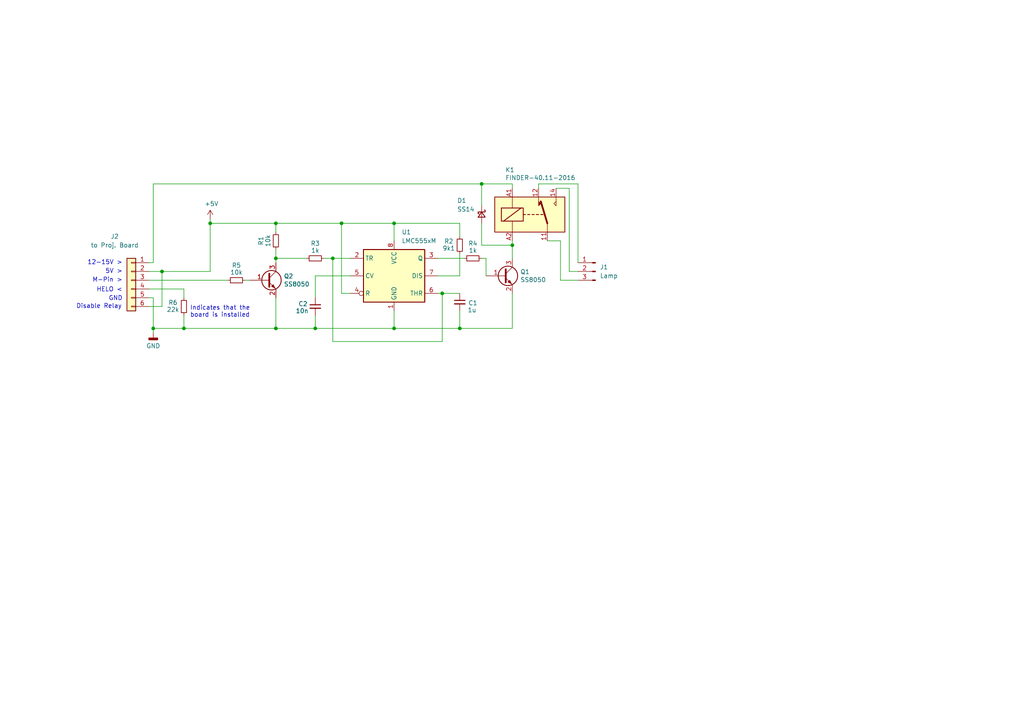
<source format=kicad_sch>
(kicad_sch (version 20231120) (generator "eeschema") (generator_version "8.0")
  (paper "A4")
  (lib_symbols
    (symbol "Connector:Conn_01x03_Pin" (pin_names (offset 1.016) hide)
      (property "Reference" "J" (at 0 5.08 0))
      (property "Value" "Conn_01x03_Pin" (at 0 -5.08 0))
      (symbol "Conn_01x03_Pin_1_1"
        (polyline (pts (xy 1.27 -2.54) (xy 0.8636 -2.54)) (stroke (width 0.1524)))
        (polyline (pts (xy 1.27 0) (xy 0.8636 0)) (stroke (width 0.1524)))
        (polyline (pts (xy 1.27 2.54) (xy 0.8636 2.54)) (stroke (width 0.1524)))
        (rectangle (start 0.8636 -2.413) (end 0 -2.667) (stroke (width 0.1524)) (fill (type outline)))
        (rectangle (start 0.8636 0.127) (end 0 -0.127) (stroke (width 0.1524)) (fill (type outline)))
        (rectangle (start 0.8636 2.667) (end 0 2.413) (stroke (width 0.1524)) (fill (type outline)))
        (pin passive line (at 5.08 2.54 180) (length 3.81) (name "Pin_1") (number "1"))
        (pin passive line (at 5.08 0 180) (length 3.81) (name "Pin_2") (number "2"))
        (pin passive line (at 5.08 -2.54 180) (length 3.81) (name "Pin_3") (number "3"))
      )
    )
    (symbol "Connector_Generic:Conn_01x06" (pin_names (offset 1.016) hide)
      (property "Reference" "J" (at 0 7.62 0))
      (property "Value" "Conn_01x06" (at 0 -10.16 0))
      (symbol "Conn_01x06_1_1"
        (rectangle (start -1.27 -7.493) (end 0 -7.747) (stroke (width 0.1524)))
        (rectangle (start -1.27 -4.953) (end 0 -5.207) (stroke (width 0.1524)))
        (rectangle (start -1.27 -2.413) (end 0 -2.667) (stroke (width 0.1524)))
        (rectangle (start -1.27 0.127) (end 0 -0.127) (stroke (width 0.1524)))
        (rectangle (start -1.27 2.667) (end 0 2.413) (stroke (width 0.1524)))
        (rectangle (start -1.27 5.207) (end 0 4.953) (stroke (width 0.1524)))
        (rectangle (start -1.27 6.35) (end 1.27 -8.89) (stroke (width 0.254)) (fill (type background)))
        (pin passive line (at -5.08 5.08 0) (length 3.81) (name "Pin_1") (number "1"))
        (pin passive line (at -5.08 2.54 0) (length 3.81) (name "Pin_2") (number "2"))
        (pin passive line (at -5.08 0 0) (length 3.81) (name "Pin_3") (number "3"))
        (pin passive line (at -5.08 -2.54 0) (length 3.81) (name "Pin_4") (number "4"))
        (pin passive line (at -5.08 -5.08 0) (length 3.81) (name "Pin_5") (number "5"))
        (pin passive line (at -5.08 -7.62 0) (length 3.81) (name "Pin_6") (number "6"))
      )
    )
    (symbol "Device:C_Small" (pin_numbers hide) (pin_names (offset 0.254) hide)
      (property "Reference" "C" (at 0.254 1.778 0))
      (property "Value" "C_Small" (at 0.254 -2.032 0))
      (symbol "C_Small_0_1"
        (polyline (pts (xy -1.524 -0.508) (xy 1.524 -0.508)) (stroke (width 0.3302)))
        (polyline (pts (xy -1.524 0.508) (xy 1.524 0.508)) (stroke (width 0.3048)))
      )
      (symbol "C_Small_1_1"
        (pin passive line (at 0 2.54 270) (length 2.032) (name "~") (number "1"))
        (pin passive line (at 0 -2.54 90) (length 2.032) (name "~") (number "2"))
      )
    )
    (symbol "Device:D_Schottky_Small" (pin_numbers hide) (pin_names (offset 0.254) hide)
      (property "Reference" "D" (at -1.27 2.032 0))
      (property "Value" "D_Schottky_Small" (at -7.112 -2.032 0))
      (symbol "D_Schottky_Small_0_1"
        (polyline (pts (xy -0.762 0) (xy 0.762 0)))
        (polyline (pts (xy 0.762 -1.016) (xy -0.762 0) (xy 0.762 1.016) (xy 0.762 -1.016)) (stroke (width 0.254)))
        (polyline (pts (xy -1.27 0.762) (xy -1.27 1.016) (xy -0.762 1.016) (xy -0.762 -1.016) (xy -0.254 -1.016) (xy -0.254 -0.762)) (stroke (width 0.254)))
      )
      (symbol "D_Schottky_Small_1_1"
        (pin passive line (at -2.54 0 0) (length 1.778) (name "K") (number "1"))
        (pin passive line (at 2.54 0 180) (length 1.778) (name "A") (number "2"))
      )
    )
    (symbol "Device:R_Small" (pin_numbers hide) (pin_names (offset 0.254) hide)
      (property "Reference" "R" (at 0.762 0.508 0))
      (property "Value" "R_Small" (at 0.762 -1.016 0))
      (symbol "R_Small_0_1"
        (rectangle (start -0.762 1.778) (end 0.762 -1.778) (stroke (width 0.2032)))
      )
      (symbol "R_Small_1_1"
        (pin passive line (at 0 2.54 270) (length 0.762) (name "~") (number "1"))
        (pin passive line (at 0 -2.54 90) (length 0.762) (name "~") (number "2"))
      )
    )
    (symbol "Relay:FINDER-40.11-2016"
      (property "Reference" "K" (at 11.43 3.81 0))
      (property "Value" "FINDER-40.11-2016" (at 11.43 1.27 0))
      (symbol "FINDER-40.11-2016_0_0"
        (polyline (pts (xy 7.62 5.08) (xy 7.62 2.54) (xy 6.985 3.175) (xy 7.62 3.81)))
      )
      (symbol "FINDER-40.11-2016_0_1"
        (rectangle (start -10.16 5.08) (end 10.16 -5.08) (stroke (width 0.254)) (fill (type background)))
        (rectangle (start -8.255 1.905) (end -1.905 -1.905) (stroke (width 0.254)))
        (polyline (pts (xy -7.62 -1.905) (xy -2.54 1.905)) (stroke (width 0.254)))
        (polyline (pts (xy -5.08 -5.08) (xy -5.08 -1.905)))
        (polyline (pts (xy -5.08 5.08) (xy -5.08 1.905)))
        (polyline (pts (xy -1.905 0) (xy -1.27 0)) (stroke (width 0.254)))
        (polyline (pts (xy -0.635 0) (xy 0 0)) (stroke (width 0.254)))
        (polyline (pts (xy 0.635 0) (xy 1.27 0)) (stroke (width 0.254)))
        (polyline (pts (xy 1.905 0) (xy 2.54 0)) (stroke (width 0.254)))
        (polyline (pts (xy 3.175 0) (xy 3.81 0)) (stroke (width 0.254)))
        (polyline (pts (xy 5.08 -2.54) (xy 3.175 3.81)) (stroke (width 0.508)))
        (polyline (pts (xy 5.08 -2.54) (xy 5.08 -5.08)))
        (polyline (pts (xy 2.54 5.08) (xy 2.54 2.54) (xy 3.175 3.175) (xy 2.54 3.81)) (fill (type outline)))
      )
      (symbol "FINDER-40.11-2016_1_1"
        (pin passive line (at 5.08 -7.62 90) (length 2.54) (name "~") (number "11"))
        (pin passive line (at 2.54 7.62 270) (length 2.54) (name "~") (number "12"))
        (pin passive line (at 7.62 7.62 270) (length 2.54) (name "~") (number "14"))
        (pin passive line (at -5.08 7.62 270) (length 2.54) (name "~") (number "A1"))
        (pin passive line (at -5.08 -7.62 90) (length 2.54) (name "~") (number "A2"))
      )
    )
    (symbol "Timer:LMC555xM"
      (property "Reference" "U" (at -10.16 8.89 0))
      (property "Value" "LMC555xM" (at 2.54 8.89 0))
      (symbol "LMC555xM_0_0"
        (pin power_in line (at 0 -10.16 90) (length 2.54) (name "GND") (number "1"))
        (pin power_in line (at 0 10.16 270) (length 2.54) (name "VCC") (number "8"))
      )
      (symbol "LMC555xM_0_1"
        (rectangle (start -8.89 -7.62) (end 8.89 7.62) (stroke (width 0.254)) (fill (type background)))
        (rectangle (start -8.89 -7.62) (end 8.89 7.62) (stroke (width 0.254)) (fill (type background)))
      )
      (symbol "LMC555xM_1_1"
        (pin input line (at -12.7 5.08 0) (length 3.81) (name "TR") (number "2"))
        (pin output line (at 12.7 5.08 180) (length 3.81) (name "Q") (number "3"))
        (pin input inverted (at -12.7 -5.08 0) (length 3.81) (name "R") (number "4"))
        (pin input line (at -12.7 0 0) (length 3.81) (name "CV") (number "5"))
        (pin input line (at 12.7 -5.08 180) (length 3.81) (name "THR") (number "6"))
        (pin input line (at 12.7 0 180) (length 3.81) (name "DIS") (number "7"))
      )
    )
    (symbol "Transistor_BJT:BC847" (pin_names (offset 0) hide)
      (property "Reference" "Q" (at 5.08 1.905 0))
      (property "Value" "BC847" (at 5.08 0 0))
      (symbol "BC847_0_1"
        (polyline (pts (xy 0.635 0.635) (xy 2.54 2.54)))
        (polyline (pts (xy 0.635 -0.635) (xy 2.54 -2.54) (xy 2.54 -2.54)))
        (polyline (pts (xy 0.635 1.905) (xy 0.635 -1.905) (xy 0.635 -1.905)) (stroke (width 0.508)))
        (polyline (pts (xy 1.27 -1.778) (xy 1.778 -1.27) (xy 2.286 -2.286) (xy 1.27 -1.778) (xy 1.27 -1.778)) (fill (type outline)))
        (circle (center 1.27 0) (radius 2.8194) (stroke (width 0.254)))
      )
      (symbol "BC847_1_1"
        (pin input line (at -5.08 0 0) (length 5.715) (name "B") (number "1"))
        (pin passive line (at 2.54 -5.08 90) (length 2.54) (name "E") (number "2"))
        (pin passive line (at 2.54 5.08 270) (length 2.54) (name "C") (number "3"))
      )
    )
    (symbol "power:+5V" (power) (pin_numbers hide) (pin_names (offset 0) hide)
      (property "Value" "+5V" (at 0 3.556 0))
      (symbol "+5V_0_1"
        (polyline (pts (xy -0.762 1.27) (xy 0 2.54)))
        (polyline (pts (xy 0 0) (xy 0 2.54)))
        (polyline (pts (xy 0 2.54) (xy 0.762 1.27)))
      )
      (symbol "+5V_1_1"
        (pin power_in line (at 0 0 90) (length 0) (name "~") (number "1"))
      )
    )
    (symbol "power:GNDD" (power) (pin_numbers hide) (pin_names (offset 0) hide)
      (property "Value" "GNDD" (at 0 -3.175 0))
      (symbol "GNDD_0_1"
        (rectangle (start -1.27 -1.524) (end 1.27 -2.032) (stroke (width 0.254)) (fill (type outline)))
        (polyline (pts (xy 0 0) (xy 0 -1.524)))
      )
      (symbol "GNDD_1_1"
        (pin power_in line (at 0 0 270) (length 0) (name "~") (number "1"))
      )
    )
  )
  (junction (at 128.27 85.09))
  (junction (at 133.35 95.25))
  (junction (at 80.01 74.93))
  (junction (at 46.99 78.74))
  (junction (at 44.45 95.25))
  (junction (at 80.01 95.25))
  (junction (at 60.96 64.77))
  (junction (at 96.52 74.93))
  (junction (at 114.3 95.25))
  (junction (at 139.7 53.34))
  (junction (at 114.3 64.77))
  (junction (at 80.01 64.77))
  (junction (at 148.59 71.12))
  (junction (at 91.44 95.25))
  (junction (at 53.34 95.25))
  (junction (at 99.06 64.77))
  (wire (pts (xy 156.21 54.61) (xy 156.21 53.34)))
  (wire (pts (xy 43.18 78.74) (xy 46.99 78.74)))
  (wire (pts (xy 128.27 99.06) (xy 96.52 99.06)))
  (wire (pts (xy 114.3 90.17) (xy 114.3 95.25)))
  (wire (pts (xy 162.56 81.28) (xy 167.64 81.28)))
  (wire (pts (xy 127 74.93) (xy 134.62 74.93)))
  (wire (pts (xy 80.01 74.93) (xy 80.01 76.2)))
  (wire (pts (xy 80.01 64.77) (xy 99.06 64.77)))
  (wire (pts (xy 44.45 96.52) (xy 44.45 95.25)))
  (wire (pts (xy 127 80.01) (xy 133.35 80.01)))
  (wire (pts (xy 44.45 76.2) (xy 44.45 53.34)))
  (wire (pts (xy 133.35 95.25) (xy 148.59 95.25)))
  (wire (pts (xy 127 85.09) (xy 128.27 85.09)))
  (wire (pts (xy 165.1 54.61) (xy 165.1 78.74)))
  (wire (pts (xy 114.3 69.85) (xy 114.3 64.77)))
  (wire (pts (xy 43.18 81.28) (xy 66.04 81.28)))
  (wire (pts (xy 43.18 86.36) (xy 44.45 86.36)))
  (wire (pts (xy 165.1 78.74) (xy 167.64 78.74)))
  (wire (pts (xy 44.45 53.34) (xy 139.7 53.34)))
  (wire (pts (xy 114.3 95.25) (xy 133.35 95.25)))
  (wire (pts (xy 162.56 69.85) (xy 158.75 69.85)))
  (wire (pts (xy 148.59 71.12) (xy 148.59 69.85)))
  (wire (pts (xy 140.97 74.93) (xy 140.97 80.01)))
  (wire (pts (xy 80.01 74.93) (xy 88.9 74.93)))
  (wire (pts (xy 80.01 95.25) (xy 80.01 86.36)))
  (wire (pts (xy 99.06 85.09) (xy 99.06 64.77)))
  (wire (pts (xy 93.98 74.93) (xy 96.52 74.93)))
  (wire (pts (xy 139.7 53.34) (xy 148.59 53.34)))
  (wire (pts (xy 80.01 95.25) (xy 91.44 95.25)))
  (wire (pts (xy 80.01 72.39) (xy 80.01 74.93)))
  (wire (pts (xy 44.45 95.25) (xy 53.34 95.25)))
  (wire (pts (xy 91.44 91.44) (xy 91.44 95.25)))
  (wire (pts (xy 96.52 99.06) (xy 96.52 74.93)))
  (wire (pts (xy 101.6 80.01) (xy 91.44 80.01)))
  (wire (pts (xy 53.34 83.82) (xy 53.34 86.36)))
  (wire (pts (xy 148.59 85.09) (xy 148.59 95.25)))
  (wire (pts (xy 53.34 95.25) (xy 80.01 95.25)))
  (wire (pts (xy 167.64 53.34) (xy 167.64 76.2)))
  (wire (pts (xy 72.39 81.28) (xy 71.12 81.28)))
  (wire (pts (xy 43.18 88.9) (xy 46.99 88.9)))
  (wire (pts (xy 91.44 80.01) (xy 91.44 86.36)))
  (wire (pts (xy 133.35 90.17) (xy 133.35 95.25)))
  (wire (pts (xy 96.52 74.93) (xy 101.6 74.93)))
  (wire (pts (xy 101.6 85.09) (xy 99.06 85.09)))
  (wire (pts (xy 60.96 78.74) (xy 60.96 64.77)))
  (wire (pts (xy 53.34 91.44) (xy 53.34 95.25)))
  (wire (pts (xy 133.35 80.01) (xy 133.35 73.66)))
  (wire (pts (xy 80.01 64.77) (xy 80.01 67.31)))
  (wire (pts (xy 156.21 53.34) (xy 167.64 53.34)))
  (wire (pts (xy 139.7 71.12) (xy 148.59 71.12)))
  (wire (pts (xy 60.96 64.77) (xy 80.01 64.77)))
  (wire (pts (xy 91.44 95.25) (xy 114.3 95.25)))
  (wire (pts (xy 139.7 74.93) (xy 140.97 74.93)))
  (wire (pts (xy 60.96 63.5) (xy 60.96 64.77)))
  (wire (pts (xy 43.18 76.2) (xy 44.45 76.2)))
  (wire (pts (xy 114.3 64.77) (xy 99.06 64.77)))
  (wire (pts (xy 128.27 85.09) (xy 128.27 99.06)))
  (wire (pts (xy 162.56 69.85) (xy 162.56 81.28)))
  (wire (pts (xy 43.18 83.82) (xy 53.34 83.82)))
  (wire (pts (xy 133.35 64.77) (xy 114.3 64.77)))
  (wire (pts (xy 44.45 86.36) (xy 44.45 95.25)))
  (wire (pts (xy 139.7 64.77) (xy 139.7 71.12)))
  (wire (pts (xy 161.29 54.61) (xy 165.1 54.61)))
  (wire (pts (xy 148.59 74.93) (xy 148.59 71.12)))
  (wire (pts (xy 139.7 59.69) (xy 139.7 53.34)))
  (wire (pts (xy 46.99 88.9) (xy 46.99 78.74)))
  (wire (pts (xy 46.99 78.74) (xy 60.96 78.74)))
  (wire (pts (xy 133.35 68.58) (xy 133.35 64.77)))
  (wire (pts (xy 128.27 85.09) (xy 133.35 85.09)))
  (wire (pts (xy 148.59 53.34) (xy 148.59 54.61)))
  (text "Disable Relay" (at 22.098 88.9 0) (effects (font (size 1.27 1.27)) (justify left)))
  (text "12-15V >" (at 35.56 76.2 0) (effects (font (size 1.27 1.27)) (justify right)))
  (text "5V >" (at 35.56 78.74 0) (effects (font (size 1.27 1.27)) (justify right)))
  (text "M-Pin >" (at 35.56 81.28 0) (effects (font (size 1.27 1.27)) (justify right)))
  (text "Indicates that the \nboard is installed" (at 55.118 90.424 0) (effects (font (size 1.27 1.27)) (justify left)))
  (text "HELO <" (at 35.56 84.074 0) (effects (font (size 1.27 1.27)) (justify right)))
  (text "GND" (at 31.496 86.614 0) (effects (font (size 1.27 1.27)) (justify left)))
  (symbol (lib_id "Device:C_Small") (at 91.44 88.9 0) (unit 1)
    (property "Reference" "C2" (at 87.884 88.138 0))
    (property "Value" "10n" (at 87.63 90.17 0))
    (property "Footprint" "Capacitor_SMD:C_0603_1608Metric" (effects (hide yes)))
  )
  (symbol (lib_id "Device:C_Small") (at 133.35 87.63 0) (unit 1)
    (property "Reference" "C1" (at 137.16 87.884 0))
    (property "Value" "1u" (at 136.906 89.916 0))
    (property "Footprint" "Capacitor_SMD:C_0603_1608Metric" (effects (hide yes)))
  )
  (symbol (lib_id "Device:R_Small") (at 80.01 69.85 180) (unit 1)
    (property "Reference" "R1" (at 75.692 69.85 90))
    (property "Value" "10k" (at 77.724 69.85 90))
    (property "Footprint" "Resistor_SMD:R_0603_1608Metric" (effects (hide yes)))
  )
  (symbol (lib_id "power:GNDD") (at 44.45 96.52 0) (unit 1)
    (property "Reference" "#PWR07" (effects (hide yes)))
    (property "Value" "GND" (at 44.45 100.33 0))
    (property "Description" "Power symbol creates a global label with name \"GNDD\" , digital ground" (effects (hide yes)))
  )
  (symbol (lib_id "Device:R_Small") (at 137.16 74.93 90) (unit 1)
    (property "Reference" "R4" (at 137.16 70.612 90))
    (property "Value" "1k" (at 137.16 72.644 90))
    (property "Footprint" "Resistor_SMD:R_0603_1608Metric" (effects (hide yes)))
  )
  (symbol (lib_id "Transistor_BJT:BC847") (at 77.47 81.28 0) (unit 1)
    (property "Reference" "Q2" (at 82.3214 80.1116 0) (effects (justify left)))
    (property "Value" "SS8050" (at 82.3214 82.423 0) (effects (justify left)))
    (property "Footprint" "Package_TO_SOT_SMD:SOT-23" (effects (hide yes)))
    (property "Datasheet" "https://www.mouser.de/datasheet/2/308/BC846ALT1-D-1293035.pdf" (effects (hide yes)))
  )
  (symbol (lib_id "Timer:LMC555xM") (at 114.3 80.01 0) (unit 1)
    (property "Reference" "U1" (at 116.4941 67.31 0) (effects (justify left)))
    (property "Value" "LMC555xM" (at 116.4941 69.85 0) (effects (justify left)))
    (property "Footprint" "Package_SO:SOIC-8_3.9x4.9mm_P1.27mm" (effects (hide yes)))
    (property "Datasheet" "http://www.ti.com/lit/ds/symlink/lmc555.pdf" (effects (hide yes)))
    (property "Description" "CMOS Timer, 555 compatible, SOIC-8" (effects (hide yes)))
  )
  (symbol (lib_id "Connector:Conn_01x03_Pin") (at 172.72 78.74 0) (mirror y) (unit 1)
    (property "Reference" "J1" (at 173.99 77.4699 0) (effects (justify right)))
    (property "Value" "Lamp" (at 173.99 80.0099 0) (effects (justify right)))
    (property "Description" "Generic connector, single row, 01x03, script generated" (effects (hide yes)))
  )
  (symbol (lib_id "Relay:FINDER-40.11-2016") (at 153.67 62.23 0) (unit 1)
    (property "Reference" "K1" (at 146.558 49.276 0) (effects (justify left)))
    (property "Value" "FINDER-40.11-2016" (at 146.558 51.562 0) (effects (justify left)))
    (property "Footprint" "Relay_THT:Relay_SPDT_Finder_40.11" (effects (hide yes)))
    (property "Datasheet" "https://www.finder-relais.net/de/finder-relais-serie-40.pdf" (effects (hide yes)))
    (property "Description" "PCB SPDT relay, 16A" (effects (hide yes)))
  )
  (symbol (lib_id "Device:D_Schottky_Small") (at 139.7 62.23 270) (unit 1)
    (property "Reference" "D1" (at 132.588 58.166 90) (effects (justify left)))
    (property "Value" "SS14" (at 132.588 60.706 90) (effects (justify left)))
    (property "Description" "Schottky diode, small symbol" (effects (hide yes)))
  )
  (symbol (lib_id "Device:R_Small") (at 91.44 74.93 90) (unit 1)
    (property "Reference" "R3" (at 91.44 70.612 90))
    (property "Value" "1k" (at 91.44 72.644 90))
    (property "Footprint" "Resistor_SMD:R_0603_1608Metric" (effects (hide yes)))
  )
  (symbol (lib_id "Device:R_Small") (at 133.35 71.12 180) (unit 1)
    (property "Reference" "R2" (at 130.175 69.977 0))
    (property "Value" "9k1" (at 130.175 72.009 0))
    (property "Footprint" "Resistor_SMD:R_0603_1608Metric" (effects (hide yes)))
  )
  (symbol (lib_id "Transistor_BJT:BC847") (at 146.05 80.01 0) (unit 1)
    (property "Reference" "Q1" (at 150.9014 78.8416 0) (effects (justify left)))
    (property "Value" "SS8050" (at 150.9014 81.153 0) (effects (justify left)))
    (property "Footprint" "Package_TO_SOT_SMD:SOT-23" (effects (hide yes)))
    (property "Datasheet" "https://www.mouser.de/datasheet/2/308/BC846ALT1-D-1293035.pdf" (effects (hide yes)))
  )
  (symbol (lib_id "Device:R_Small") (at 68.58 81.28 90) (unit 1)
    (property "Reference" "R5" (at 68.58 76.962 90))
    (property "Value" "10k" (at 68.58 78.994 90))
    (property "Footprint" "Resistor_SMD:R_0603_1608Metric" (effects (hide yes)))
  )
  (symbol (lib_id "Device:R_Small") (at 53.34 88.9 180) (unit 1)
    (property "Reference" "R6" (at 50.165 87.757 0))
    (property "Value" "22k" (at 50.165 89.789 0))
    (property "Footprint" "Resistor_SMD:R_0603_1608Metric" (effects (hide yes)))
  )
  (symbol (lib_id "Connector_Generic:Conn_01x06") (at 38.1 81.28 0) (mirror y) (unit 1)
    (property "Reference" "J2" (at 33.274 68.58 0))
    (property "Value" "to Proj. Board" (at 33.274 71.12 0))
    (property "Description" "Generic connector, single row, 01x06, script generated (kicad-library-utils/schlib/autogen/connector/)" (effects (hide yes)))
  )
  (symbol (lib_id "power:+5V") (at 60.96 63.5 0) (unit 1)
    (property "Reference" "#PWR01" (effects (hide yes)))
    (property "Value" "+5V" (at 61.341 59.1058 0))
    (property "Description" "Power symbol creates a global label with name \"+5V\"" (effects (hide yes)))
  )
)
</source>
